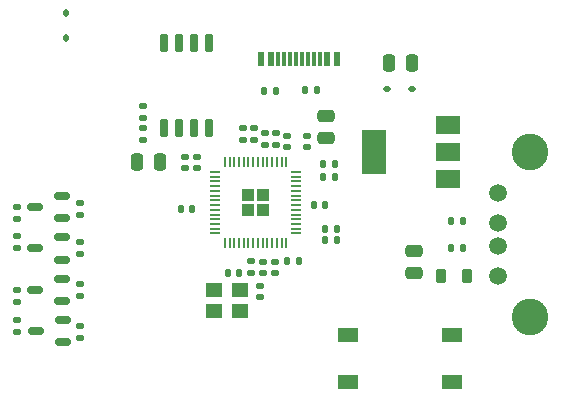
<source format=gtp>
G04 #@! TF.GenerationSoftware,KiCad,Pcbnew,7.0.2-0*
G04 #@! TF.CreationDate,2023-04-30T22:25:47-07:00*
G04 #@! TF.ProjectId,babelfish,62616265-6c66-4697-9368-2e6b69636164,REV1*
G04 #@! TF.SameCoordinates,Original*
G04 #@! TF.FileFunction,Paste,Top*
G04 #@! TF.FilePolarity,Positive*
%FSLAX46Y46*%
G04 Gerber Fmt 4.6, Leading zero omitted, Abs format (unit mm)*
G04 Created by KiCad (PCBNEW 7.0.2-0) date 2023-04-30 22:25:47*
%MOMM*%
%LPD*%
G01*
G04 APERTURE LIST*
G04 Aperture macros list*
%AMRoundRect*
0 Rectangle with rounded corners*
0 $1 Rounding radius*
0 $2 $3 $4 $5 $6 $7 $8 $9 X,Y pos of 4 corners*
0 Add a 4 corners polygon primitive as box body*
4,1,4,$2,$3,$4,$5,$6,$7,$8,$9,$2,$3,0*
0 Add four circle primitives for the rounded corners*
1,1,$1+$1,$2,$3*
1,1,$1+$1,$4,$5*
1,1,$1+$1,$6,$7*
1,1,$1+$1,$8,$9*
0 Add four rect primitives between the rounded corners*
20,1,$1+$1,$2,$3,$4,$5,0*
20,1,$1+$1,$4,$5,$6,$7,0*
20,1,$1+$1,$6,$7,$8,$9,0*
20,1,$1+$1,$8,$9,$2,$3,0*%
G04 Aperture macros list end*
%ADD10R,0.600000X1.240005*%
%ADD11R,0.300000X1.240005*%
%ADD12RoundRect,0.135000X-0.185000X0.135000X-0.185000X-0.135000X0.185000X-0.135000X0.185000X0.135000X0*%
%ADD13RoundRect,0.150000X0.512500X0.150000X-0.512500X0.150000X-0.512500X-0.150000X0.512500X-0.150000X0*%
%ADD14RoundRect,0.218750X0.218750X0.381250X-0.218750X0.381250X-0.218750X-0.381250X0.218750X-0.381250X0*%
%ADD15RoundRect,0.135000X0.185000X-0.135000X0.185000X0.135000X-0.185000X0.135000X-0.185000X-0.135000X0*%
%ADD16R,2.000000X1.500000*%
%ADD17R,2.000000X3.800000*%
%ADD18RoundRect,0.250000X0.475000X-0.250000X0.475000X0.250000X-0.475000X0.250000X-0.475000X-0.250000X0*%
%ADD19RoundRect,0.112500X0.187500X0.112500X-0.187500X0.112500X-0.187500X-0.112500X0.187500X-0.112500X0*%
%ADD20RoundRect,0.140000X0.140000X0.170000X-0.140000X0.170000X-0.140000X-0.170000X0.140000X-0.170000X0*%
%ADD21RoundRect,0.140000X0.170000X-0.140000X0.170000X0.140000X-0.170000X0.140000X-0.170000X-0.140000X0*%
%ADD22RoundRect,0.135000X0.135000X0.185000X-0.135000X0.185000X-0.135000X-0.185000X0.135000X-0.185000X0*%
%ADD23R,1.800000X1.300000*%
%ADD24RoundRect,0.112500X0.112500X-0.187500X0.112500X0.187500X-0.112500X0.187500X-0.112500X-0.187500X0*%
%ADD25RoundRect,0.140000X-0.140000X-0.170000X0.140000X-0.170000X0.140000X0.170000X-0.140000X0.170000X0*%
%ADD26RoundRect,0.250000X-0.292217X-0.292217X0.292217X-0.292217X0.292217X0.292217X-0.292217X0.292217X0*%
%ADD27RoundRect,0.050000X-0.387500X-0.050000X0.387500X-0.050000X0.387500X0.050000X-0.387500X0.050000X0*%
%ADD28RoundRect,0.050000X-0.050000X-0.387500X0.050000X-0.387500X0.050000X0.387500X-0.050000X0.387500X0*%
%ADD29C,1.500000*%
%ADD30C,3.100000*%
%ADD31RoundRect,0.250000X0.250000X0.475000X-0.250000X0.475000X-0.250000X-0.475000X0.250000X-0.475000X0*%
%ADD32R,1.400000X1.200000*%
%ADD33RoundRect,0.150000X0.150000X-0.650000X0.150000X0.650000X-0.150000X0.650000X-0.150000X-0.650000X0*%
%ADD34RoundRect,0.135000X-0.135000X-0.185000X0.135000X-0.185000X0.135000X0.185000X-0.135000X0.185000X0*%
%ADD35RoundRect,0.140000X-0.170000X0.140000X-0.170000X-0.140000X0.170000X-0.140000X0.170000X0.140000X0*%
G04 APERTURE END LIST*
D10*
X107380061Y-76700101D03*
X108179909Y-76700101D03*
D11*
X108829896Y-76700101D03*
X109330023Y-76700101D03*
X109829896Y-76700101D03*
X110330023Y-76700101D03*
X110829896Y-76700101D03*
X111330023Y-76700101D03*
X111829896Y-76700101D03*
X112330023Y-76700101D03*
D10*
X112980010Y-76700101D03*
X113779858Y-76700101D03*
D12*
X86716800Y-91614000D03*
X86716800Y-92634000D03*
D13*
X90577600Y-100660400D03*
X90577600Y-98760400D03*
X88302600Y-99710400D03*
D14*
X124764800Y-95046800D03*
X122639800Y-95046800D03*
D15*
X92000000Y-96702000D03*
X92000000Y-95682000D03*
D16*
X123200000Y-86850000D03*
X123200000Y-84550000D03*
D17*
X116900000Y-84550000D03*
D16*
X123200000Y-82250000D03*
D18*
X112850000Y-83379000D03*
X112850000Y-81479000D03*
D19*
X120150000Y-79250000D03*
X118050000Y-79250000D03*
D20*
X101550000Y-89350000D03*
X100590000Y-89350000D03*
D21*
X111250000Y-84141000D03*
X111250000Y-83181000D03*
D22*
X124439200Y-92659200D03*
X123419200Y-92659200D03*
X110585500Y-93793000D03*
X109565500Y-93793000D03*
X113826996Y-91033600D03*
X112806996Y-91033600D03*
D23*
X123500102Y-104000000D03*
X114700000Y-104000000D03*
X123500102Y-100000000D03*
X114700000Y-100000000D03*
D24*
X90850000Y-74850000D03*
X90850000Y-72750000D03*
D12*
X97352100Y-80633800D03*
X97352100Y-81653800D03*
D25*
X112640000Y-85600000D03*
X113600000Y-85600000D03*
D21*
X106750100Y-83506000D03*
X106750100Y-82546000D03*
D25*
X112640000Y-86650000D03*
X113600000Y-86650000D03*
D13*
X90526800Y-97155200D03*
X90526800Y-95255200D03*
X88251800Y-96205200D03*
D15*
X86716800Y-90199600D03*
X86716800Y-89179600D03*
D25*
X111850000Y-89050000D03*
X112810000Y-89050000D03*
D12*
X108640000Y-82917200D03*
X108640000Y-83937200D03*
D13*
X90526800Y-90144800D03*
X90526800Y-88244800D03*
X88251800Y-89194800D03*
D26*
X106262500Y-88200000D03*
X106262500Y-89475000D03*
X107537500Y-88200000D03*
X107537500Y-89475000D03*
D27*
X103462500Y-86237500D03*
X103462500Y-86637500D03*
X103462500Y-87037500D03*
X103462500Y-87437500D03*
X103462500Y-87837500D03*
X103462500Y-88237500D03*
X103462500Y-88637500D03*
X103462500Y-89037500D03*
X103462500Y-89437500D03*
X103462500Y-89837500D03*
X103462500Y-90237500D03*
X103462500Y-90637500D03*
X103462500Y-91037500D03*
X103462500Y-91437500D03*
D28*
X104300000Y-92275000D03*
X104700000Y-92275000D03*
X105100000Y-92275000D03*
X105500000Y-92275000D03*
X105900000Y-92275000D03*
X106300000Y-92275000D03*
X106700000Y-92275000D03*
X107100000Y-92275000D03*
X107500000Y-92275000D03*
X107900000Y-92275000D03*
X108300000Y-92275000D03*
X108700000Y-92275000D03*
X109100000Y-92275000D03*
X109500000Y-92275000D03*
D27*
X110337500Y-91437500D03*
X110337500Y-91037500D03*
X110337500Y-90637500D03*
X110337500Y-90237500D03*
X110337500Y-89837500D03*
X110337500Y-89437500D03*
X110337500Y-89037500D03*
X110337500Y-88637500D03*
X110337500Y-88237500D03*
X110337500Y-87837500D03*
X110337500Y-87437500D03*
X110337500Y-87037500D03*
X110337500Y-86637500D03*
X110337500Y-86237500D03*
D28*
X109500000Y-85400000D03*
X109100000Y-85400000D03*
X108700000Y-85400000D03*
X108300000Y-85400000D03*
X107900000Y-85400000D03*
X107500000Y-85400000D03*
X107100000Y-85400000D03*
X106700000Y-85400000D03*
X106300000Y-85400000D03*
X105900000Y-85400000D03*
X105500000Y-85400000D03*
X105100000Y-85400000D03*
X104700000Y-85400000D03*
X104300000Y-85400000D03*
D15*
X92000000Y-89840000D03*
X92000000Y-88820000D03*
D29*
X127439200Y-95041600D03*
X127439200Y-92541600D03*
X127439200Y-90541600D03*
X127439200Y-88041600D03*
D30*
X130149200Y-98541600D03*
X130149200Y-84541600D03*
D15*
X106550000Y-94820000D03*
X106550000Y-93800000D03*
D22*
X108655100Y-79365800D03*
X107635100Y-79365800D03*
D21*
X101924100Y-85939200D03*
X101924100Y-84979200D03*
D12*
X107689900Y-82917200D03*
X107689900Y-83937200D03*
D18*
X120350000Y-94789200D03*
X120350000Y-92889200D03*
D22*
X124439200Y-90373200D03*
X123419200Y-90373200D03*
D21*
X107250000Y-96810000D03*
X107250000Y-95850000D03*
D12*
X86716800Y-98730000D03*
X86716800Y-99750000D03*
D13*
X90526800Y-93650000D03*
X90526800Y-91750000D03*
X88251800Y-92700000D03*
D15*
X86716800Y-97210000D03*
X86716800Y-96190000D03*
X92000000Y-93196800D03*
X92000000Y-92176800D03*
D31*
X120135500Y-77029000D03*
X118235500Y-77029000D03*
D32*
X105578152Y-96266000D03*
X103378000Y-96266000D03*
X103378000Y-98016064D03*
X105578152Y-98016064D03*
D25*
X104570000Y-94800000D03*
X105530000Y-94800000D03*
D21*
X105810300Y-83506000D03*
X105810300Y-82546000D03*
X100908100Y-85939200D03*
X100908100Y-84979200D03*
X109580000Y-84141000D03*
X109580000Y-83181000D03*
D31*
X98774500Y-85411000D03*
X96874500Y-85411000D03*
D15*
X92000000Y-100256000D03*
X92000000Y-99236000D03*
D22*
X113826996Y-91998800D03*
X112806996Y-91998800D03*
D33*
X99155500Y-82540800D03*
X100425500Y-82540800D03*
X101695500Y-82540800D03*
X102965500Y-82540800D03*
X102965500Y-75340800D03*
X101695500Y-75340800D03*
X100425500Y-75340800D03*
X99155500Y-75340800D03*
D34*
X111093500Y-79315000D03*
X112113500Y-79315000D03*
D12*
X97352100Y-82541400D03*
X97352100Y-83561400D03*
D35*
X107537500Y-93832800D03*
X107537500Y-94792800D03*
X108508800Y-93832800D03*
X108508800Y-94792800D03*
M02*

</source>
